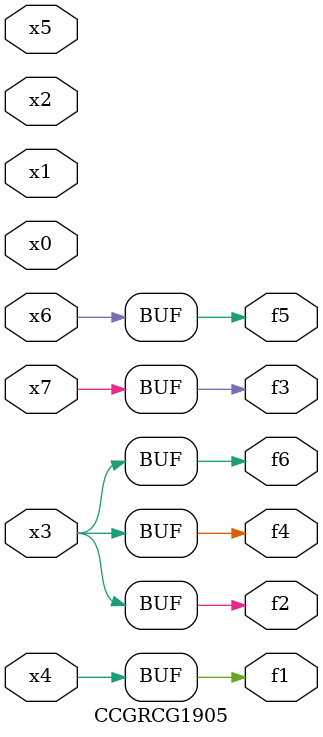
<source format=v>
module CCGRCG1905(
	input x0, x1, x2, x3, x4, x5, x6, x7,
	output f1, f2, f3, f4, f5, f6
);
	assign f1 = x4;
	assign f2 = x3;
	assign f3 = x7;
	assign f4 = x3;
	assign f5 = x6;
	assign f6 = x3;
endmodule

</source>
